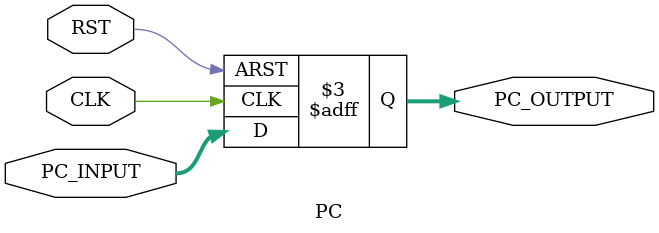
<source format=v>
module PC (
    input wire CLK,
    input wire RST,
    input wire [31:0] PC_INPUT,
    output reg [31:0] PC_OUTPUT
);


 always @( posedge CLK , negedge RST) 
    
    begin

    if (!RST)
    PC_OUTPUT <= 32'd0;

    else
    PC_OUTPUT <= PC_INPUT;

    end  

endmodule
</source>
